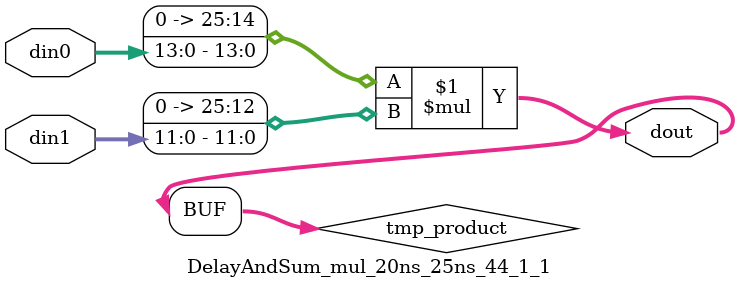
<source format=v>

`timescale 1 ns / 1 ps

 module DelayAndSum_mul_20ns_25ns_44_1_1(din0, din1, dout);
parameter ID = 1;
parameter NUM_STAGE = 0;
parameter din0_WIDTH = 14;
parameter din1_WIDTH = 12;
parameter dout_WIDTH = 26;

input [din0_WIDTH - 1 : 0] din0; 
input [din1_WIDTH - 1 : 0] din1; 
output [dout_WIDTH - 1 : 0] dout;

wire signed [dout_WIDTH - 1 : 0] tmp_product;
























assign tmp_product = $signed({1'b0, din0}) * $signed({1'b0, din1});











assign dout = tmp_product;





















endmodule

</source>
